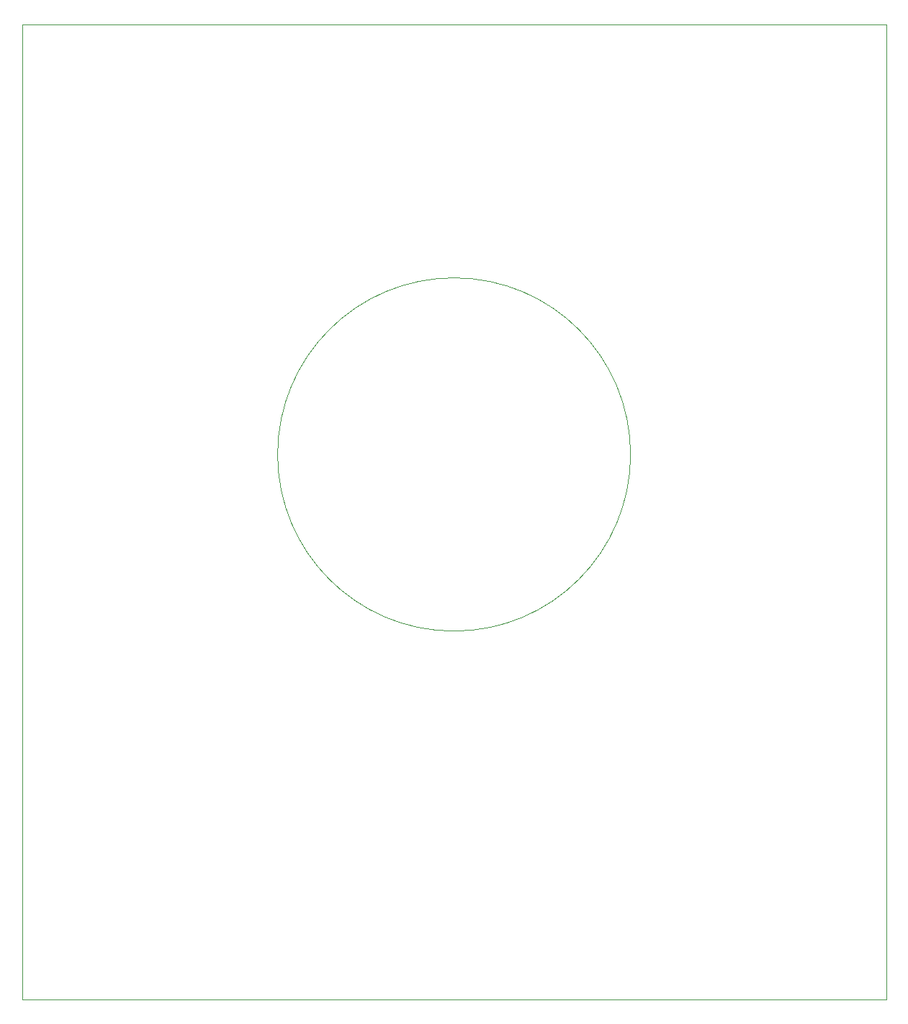
<source format=gbr>
*
*
G04 PADS VX.2.4 Build Number: 11695987 generated Gerber (RS-274-X) file*
G04 PC Version=2.1*
*
%IN "Hdd_Clock.pcb"*%
*
%MOIN*%
*
%FSLAX35Y35*%
*
*
*
*
G04 PC Standard Apertures*
*
*
G04 Thermal Relief Aperture macro.*
%AMTER*
1,1,$1,0,0*
1,0,$1-$2,0,0*
21,0,$3,$4,0,0,45*
21,0,$3,$4,0,0,135*
%
*
*
G04 Annular Aperture macro.*
%AMANN*
1,1,$1,0,0*
1,0,$2,0,0*
%
*
*
G04 Odd Aperture macro.*
%AMODD*
1,1,$1,0,0*
1,0,$1-0.005,0,0*
%
*
*
G04 PC Custom Aperture Macros*
*
*
*
*
*
*
G04 PC Aperture Table*
*
%ADD010C,0.001*%
%ADD029C,0.00394*%
*
*
*
*
G04 PC Circuitry*
G04 Layer Name Hdd_Clock.pcb - circuitry*
%LPD*%
*
*
G04 PC Custom Flashes*
G04 Layer Name Hdd_Clock.pcb - flashes*
%LPD*%
*
*
G04 PC Circuitry*
G04 Layer Name Hdd_Clock.pcb - circuitry*
%LPD*%
*
G54D10*
G54D29*
G01X393701Y100000D02*
X793701D01*
Y550787*
X393701*
Y100000*
X675394Y351969D02*
G75*
G03X675394I-81693J0D01*
G74*
G01X0Y0D02*
M02*

</source>
